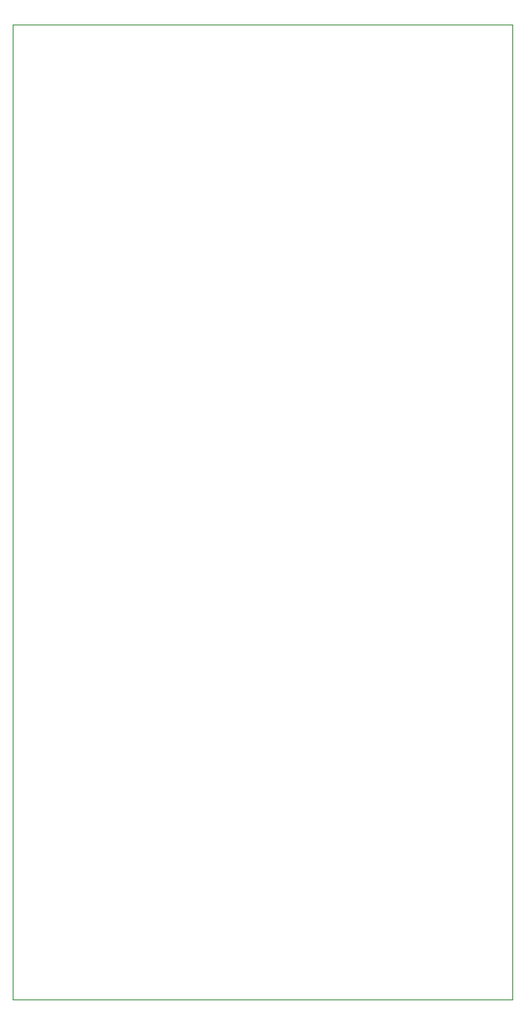
<source format=gbr>
G04 #@! TF.GenerationSoftware,KiCad,Pcbnew,(5.1.5)-3*
G04 #@! TF.CreationDate,2021-12-07T11:44:26+01:00*
G04 #@! TF.ProjectId,stitched capcoupler,73746974-6368-4656-9420-636170636f75,rev?*
G04 #@! TF.SameCoordinates,Original*
G04 #@! TF.FileFunction,Profile,NP*
%FSLAX46Y46*%
G04 Gerber Fmt 4.6, Leading zero omitted, Abs format (unit mm)*
G04 Created by KiCad (PCBNEW (5.1.5)-3) date 2021-12-07 11:44:26*
%MOMM*%
%LPD*%
G04 APERTURE LIST*
%ADD10C,0.050000*%
G04 APERTURE END LIST*
D10*
X100000000Y-67500000D02*
X50000000Y-67500000D01*
X50000000Y30000000D02*
X100000000Y30000000D01*
X50000000Y30000000D02*
X50000000Y-2500000D01*
X100000000Y-2500000D02*
X100000000Y30000000D01*
X50000000Y-2500000D02*
X50000000Y-35000000D01*
X100000000Y-35000000D02*
X100000000Y-2500000D01*
X100000000Y-67500000D02*
X100000000Y-35000000D01*
X50000000Y-35000000D02*
X50000000Y-67500000D01*
M02*

</source>
